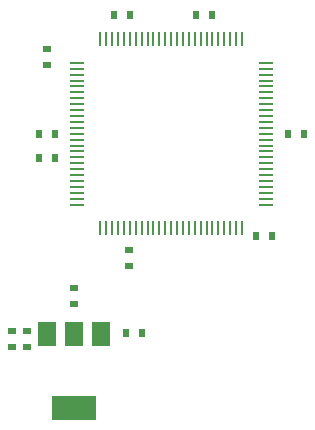
<source format=gbr>
%FSLAX44Y44*%
%MOMM*%
G71*
G01*
G75*
G04 Layer_Color=128*
%ADD10R,0.8000X0.6000*%
%ADD11C,0.2000*%
G04:AMPARAMS|DCode=12|XSize=1.4mm|YSize=1.4mm|CornerRadius=0mm|HoleSize=0mm|Usage=FLASHONLY|Rotation=270.000|XOffset=0mm|YOffset=0mm|HoleType=Round|Shape=Octagon|*
%AMOCTAGOND12*
4,1,8,-0.3500,-0.7000,0.3500,-0.7000,0.7000,-0.3500,0.7000,0.3500,0.3500,0.7000,-0.3500,0.7000,-0.7000,0.3500,-0.7000,-0.3500,-0.3500,-0.7000,0.0*
%
%ADD12OCTAGOND12*%

G04:AMPARAMS|DCode=13|XSize=1.4mm|YSize=1.4mm|CornerRadius=0mm|HoleSize=0mm|Usage=FLASHONLY|Rotation=0.000|XOffset=0mm|YOffset=0mm|HoleType=Round|Shape=Octagon|*
%AMOCTAGOND13*
4,1,8,0.7000,-0.3500,0.7000,0.3500,0.3500,0.7000,-0.3500,0.7000,-0.7000,0.3500,-0.7000,-0.3500,-0.3500,-0.7000,0.3500,-0.7000,0.7000,-0.3500,0.0*
%
%ADD13OCTAGOND13*%

%ADD14C,1.4000*%
G04:AMPARAMS|DCode=15|XSize=1.6002mm|YSize=1.6002mm|CornerRadius=0mm|HoleSize=0mm|Usage=FLASHONLY|Rotation=270.000|XOffset=0mm|YOffset=0mm|HoleType=Round|Shape=Octagon|*
%AMOCTAGOND15*
4,1,8,-0.4001,-0.8001,0.4001,-0.8001,0.8001,-0.4001,0.8001,0.4001,0.4001,0.8001,-0.4001,0.8001,-0.8001,0.4001,-0.8001,-0.4001,-0.4001,-0.8001,0.0*
%
%ADD15OCTAGOND15*%

%ADD16C,1.0000*%
G04:AMPARAMS|DCode=17|XSize=1.6002mm|YSize=1.6002mm|CornerRadius=0mm|HoleSize=0mm|Usage=FLASHONLY|Rotation=180.000|XOffset=0mm|YOffset=0mm|HoleType=Round|Shape=Octagon|*
%AMOCTAGOND17*
4,1,8,-0.8001,0.4001,-0.8001,-0.4001,-0.4001,-0.8001,0.4001,-0.8001,0.8001,-0.4001,0.8001,0.4001,0.4001,0.8001,-0.4001,0.8001,-0.8001,0.4001,0.0*
%
%ADD17OCTAGOND17*%

%ADD18C,1.6002*%
%ADD19C,0.5000*%
%ADD20C,1.0160*%
%ADD21C,2.0160*%
%ADD22C,1.9304*%
G04:AMPARAMS|DCode=23|XSize=2.4384mm|YSize=2.4384mm|CornerRadius=0mm|HoleSize=0mm|Usage=FLASHONLY|Rotation=0.000|XOffset=0mm|YOffset=0mm|HoleType=Round|Shape=Relief|Width=0.254mm|Gap=0.254mm|Entries=4|*
%AMTHD23*
7,0,0,2.4384,1.9304,0.2540,45*
%
%ADD23THD23*%
G04:AMPARAMS|DCode=24|XSize=2.524mm|YSize=2.524mm|CornerRadius=0mm|HoleSize=0mm|Usage=FLASHONLY|Rotation=0.000|XOffset=0mm|YOffset=0mm|HoleType=Round|Shape=Relief|Width=0.254mm|Gap=0.254mm|Entries=4|*
%AMTHD24*
7,0,0,2.5240,2.0160,0.2540,45*
%
%ADD24THD24*%
%ADD25C,3.0160*%
%ADD26C,1.9160*%
G04:AMPARAMS|DCode=27|XSize=2.424mm|YSize=2.424mm|CornerRadius=0mm|HoleSize=0mm|Usage=FLASHONLY|Rotation=0.000|XOffset=0mm|YOffset=0mm|HoleType=Round|Shape=Relief|Width=0.254mm|Gap=0.254mm|Entries=4|*
%AMTHD27*
7,0,0,2.4240,1.9160,0.2540,45*
%
%ADD27THD27*%
G04:AMPARAMS|DCode=28|XSize=1.724mm|YSize=1.724mm|CornerRadius=0mm|HoleSize=0mm|Usage=FLASHONLY|Rotation=0.000|XOffset=0mm|YOffset=0mm|HoleType=Round|Shape=Relief|Width=0.254mm|Gap=0.254mm|Entries=4|*
%AMTHD28*
7,0,0,1.7240,1.2160,0.2540,45*
%
%ADD28THD28*%
%ADD29C,1.2160*%
%ADD30R,0.6000X0.8000*%
%ADD31R,1.1998X0.2498*%
%ADD32R,0.2498X1.1998*%
%ADD33R,3.8100X2.0066*%
%ADD34R,1.4986X2.0066*%
%ADD35C,0.1500*%
%ADD36C,0.1270*%
%ADD37C,0.2500*%
%ADD38C,0.0508*%
%ADD39R,1.0000X0.8000*%
G04:AMPARAMS|DCode=40|XSize=1.6mm|YSize=1.6mm|CornerRadius=0mm|HoleSize=0mm|Usage=FLASHONLY|Rotation=270.000|XOffset=0mm|YOffset=0mm|HoleType=Round|Shape=Octagon|*
%AMOCTAGOND40*
4,1,8,-0.4000,-0.8000,0.4000,-0.8000,0.8000,-0.4000,0.8000,0.4000,0.4000,0.8000,-0.4000,0.8000,-0.8000,0.4000,-0.8000,-0.4000,-0.4000,-0.8000,0.0*
%
%ADD40OCTAGOND40*%

G04:AMPARAMS|DCode=41|XSize=1.6mm|YSize=1.6mm|CornerRadius=0mm|HoleSize=0mm|Usage=FLASHONLY|Rotation=0.000|XOffset=0mm|YOffset=0mm|HoleType=Round|Shape=Octagon|*
%AMOCTAGOND41*
4,1,8,0.8000,-0.4000,0.8000,0.4000,0.4000,0.8000,-0.4000,0.8000,-0.8000,0.4000,-0.8000,-0.4000,-0.4000,-0.8000,0.4000,-0.8000,0.8000,-0.4000,0.0*
%
%ADD41OCTAGOND41*%

%ADD42C,1.6000*%
G04:AMPARAMS|DCode=43|XSize=1.8002mm|YSize=1.8002mm|CornerRadius=0mm|HoleSize=0mm|Usage=FLASHONLY|Rotation=270.000|XOffset=0mm|YOffset=0mm|HoleType=Round|Shape=Octagon|*
%AMOCTAGOND43*
4,1,8,-0.4501,-0.9001,0.4501,-0.9001,0.9001,-0.4501,0.9001,0.4501,0.4501,0.9001,-0.4501,0.9001,-0.9001,0.4501,-0.9001,-0.4501,-0.4501,-0.9001,0.0*
%
%ADD43OCTAGOND43*%

%ADD44C,1.2000*%
G04:AMPARAMS|DCode=45|XSize=1.8002mm|YSize=1.8002mm|CornerRadius=0mm|HoleSize=0mm|Usage=FLASHONLY|Rotation=180.000|XOffset=0mm|YOffset=0mm|HoleType=Round|Shape=Octagon|*
%AMOCTAGOND45*
4,1,8,-0.9001,0.4501,-0.9001,-0.4501,-0.4501,-0.9001,0.4501,-0.9001,0.9001,-0.4501,0.9001,0.4501,0.4501,0.9001,-0.4501,0.9001,-0.9001,0.4501,0.0*
%
%ADD45OCTAGOND45*%

%ADD46C,1.8002*%
%ADD47C,0.7000*%
%ADD48C,1.0000*%
%ADD49C,0.5080*%
%ADD50R,0.8000X1.0000*%
%ADD51R,1.3998X0.4498*%
%ADD52R,0.4498X1.3998*%
%ADD53R,4.0100X2.2066*%
%ADD54R,1.6986X2.2066*%
D10*
X34290Y69596D02*
D03*
Y83058D02*
D03*
X46990Y69596D02*
D03*
Y83058D02*
D03*
X86360Y119888D02*
D03*
Y106426D02*
D03*
X63500Y308102D02*
D03*
Y321564D02*
D03*
X133350Y137922D02*
D03*
Y151384D02*
D03*
D30*
X144018Y81280D02*
D03*
X130556D02*
D03*
X189992Y350520D02*
D03*
X203454D02*
D03*
X281178Y250190D02*
D03*
X267716D02*
D03*
X254508Y163830D02*
D03*
X241046D02*
D03*
X56642Y229870D02*
D03*
X70104D02*
D03*
X120142Y350520D02*
D03*
X133604D02*
D03*
X56642Y250190D02*
D03*
X70104D02*
D03*
D31*
X248851Y310200D02*
D03*
Y305201D02*
D03*
Y300200D02*
D03*
Y295201D02*
D03*
Y290200D02*
D03*
Y285201D02*
D03*
Y280200D02*
D03*
Y275201D02*
D03*
Y270200D02*
D03*
Y265201D02*
D03*
Y260200D02*
D03*
Y255201D02*
D03*
Y250200D02*
D03*
Y245199D02*
D03*
Y240200D02*
D03*
Y235199D02*
D03*
Y230200D02*
D03*
Y225199D02*
D03*
Y220200D02*
D03*
Y215199D02*
D03*
Y210200D02*
D03*
Y205199D02*
D03*
Y200200D02*
D03*
Y195199D02*
D03*
Y190200D02*
D03*
X88849D02*
D03*
Y195199D02*
D03*
Y200200D02*
D03*
Y205199D02*
D03*
Y210200D02*
D03*
Y215199D02*
D03*
Y220200D02*
D03*
Y225199D02*
D03*
Y230200D02*
D03*
Y235199D02*
D03*
Y240200D02*
D03*
Y245199D02*
D03*
Y250200D02*
D03*
Y255201D02*
D03*
Y260200D02*
D03*
Y265201D02*
D03*
Y270200D02*
D03*
Y275201D02*
D03*
Y280200D02*
D03*
Y285201D02*
D03*
Y290200D02*
D03*
Y295201D02*
D03*
Y300200D02*
D03*
Y305201D02*
D03*
Y310200D02*
D03*
D32*
X228850Y170199D02*
D03*
X223851D02*
D03*
X218850D02*
D03*
X213851D02*
D03*
X208850D02*
D03*
X203851D02*
D03*
X198850D02*
D03*
X193851D02*
D03*
X188850D02*
D03*
X183851D02*
D03*
X178850D02*
D03*
X173851D02*
D03*
X168850D02*
D03*
X163849D02*
D03*
X158850D02*
D03*
X153849D02*
D03*
X148850D02*
D03*
X143849D02*
D03*
X138850D02*
D03*
X133849D02*
D03*
X128850D02*
D03*
X123849D02*
D03*
X118850D02*
D03*
X113849D02*
D03*
X108850D02*
D03*
Y330201D02*
D03*
X113849D02*
D03*
X118850D02*
D03*
X123849D02*
D03*
X128850D02*
D03*
X133849D02*
D03*
X138850D02*
D03*
X143849D02*
D03*
X148850D02*
D03*
X153849D02*
D03*
X158850D02*
D03*
X163849D02*
D03*
X168850D02*
D03*
X173851D02*
D03*
X178850D02*
D03*
X183851D02*
D03*
X188850D02*
D03*
X193851D02*
D03*
X198850D02*
D03*
X203851D02*
D03*
X208850D02*
D03*
X213851D02*
D03*
X218850D02*
D03*
X223851D02*
D03*
X228850D02*
D03*
D33*
X86360Y18034D02*
D03*
D34*
X109474Y81026D02*
D03*
X86614D02*
D03*
X63754D02*
D03*
M02*

</source>
